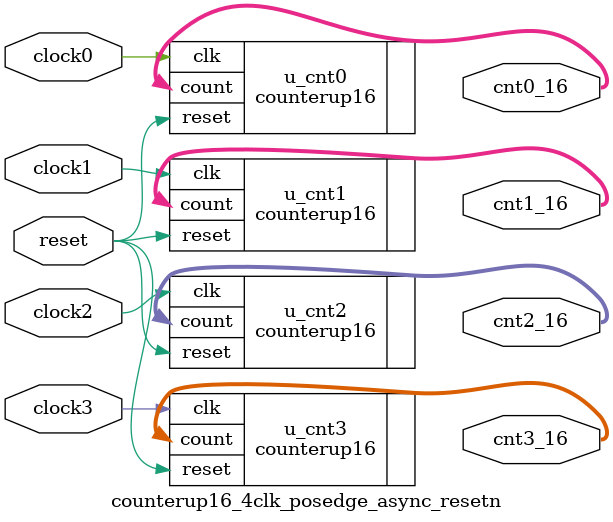
<source format=v>

module counterup16_4clk_posedge_async_resetn (clock0, clock1, clock2, clock3, reset, cnt0_16, cnt1_16, cnt2_16, cnt3_16);
	input clock0, clock1, clock2, clock3;
	input reset;
	output [15:0] cnt0_16;
	output [15:0] cnt1_16;
	output [15:0] cnt2_16;
	output [15:0] cnt3_16;

	counterup16 u_cnt0(.clk(clock0), .reset(reset), .count(cnt0_16));
	counterup16 u_cnt1(.clk(clock1), .reset(reset), .count(cnt1_16));
	counterup16 u_cnt2(.clk(clock2), .reset(reset), .count(cnt2_16));
	counterup16 u_cnt3(.clk(clock3), .reset(reset), .count(cnt3_16));

endmodule 

</source>
